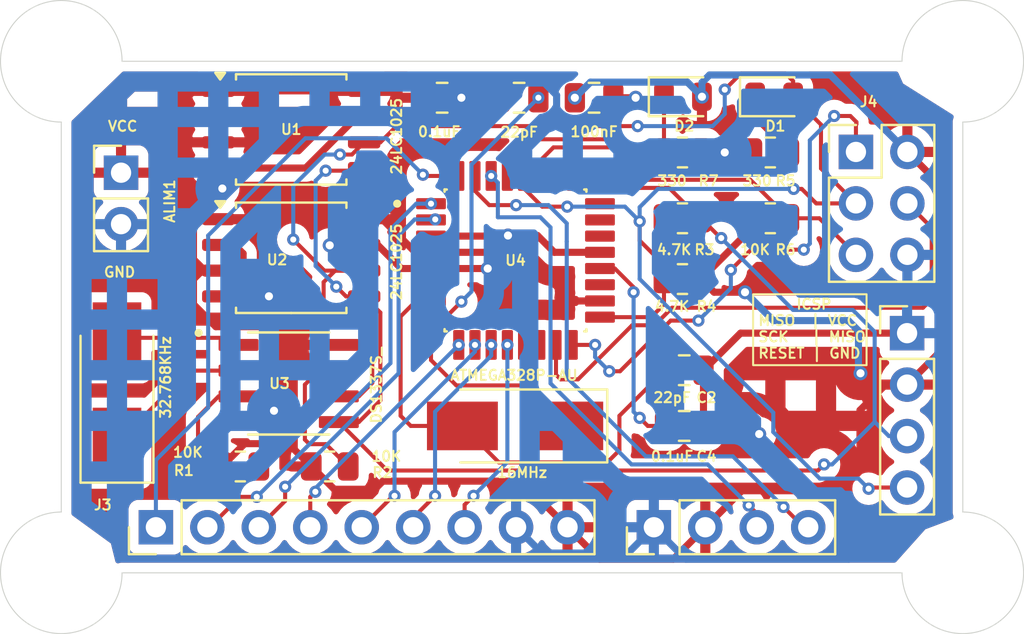
<source format=kicad_pcb>
(kicad_pcb (version 20240108) (generator "pcbnew") (generator_version "8.0")
  (title_block (title "${project_name}") (date "2024-06-09") (rev "1") (comment 1 "2 layer PCB version"))
  (layers (0 "F.Cu" signal) (31 "B.Cu" mixed) (34 "B.Paste" user) (35 "F.Paste" user) (36 "B.SilkS" user "B.Silkscreen") (37 "F.SilkS" user "F.Silkscreen") (38 "B.Mask" user) (39 "F.Mask" user) (44 "Edge.Cuts" user))
  (property "project_name" "MCU Datalogger with momery and clock")
  (net 0 "")
  (net 1 "GND")
  (net 2 "/Vcc")
  (net 3 "Net-(U4-PB6)")
  (net 4 "Net-(U4-PB7)")
  (net 5 "Net-(U4-AREF)")
  (net 6 "Net-(D1-K)")
  (net 7 "/SCK")
  (net 8 "Net-(D2-K)")
  (net 9 "/SDA")
  (net 10 "/TX")
  (net 11 "/RX")
  (net 12 "/D2")
  (net 13 "/D3")
  (net 14 "/D5")
  (net 15 "/D4")
  (net 16 "/D7")
  (net 17 "/D8")
  (net 18 "/D6")
  (net 19 "/MISO")
  (net 20 "/MOSI")
  (net 21 "/RESET")
  (net 22 "Net-(U3-~{INTA})")
  (net 23 "Net-(U3-SQW{slash}~INT)")
  (net 24 "Net-(U3-X1)")
  (net 25 "Net-(U3-X2)")
  (footprint "Resistor_SMD:R_0805_2012Metric" (layer "F.Cu") (at 152.9125 104.75)
    (property "Reference" "R3")
    (property "Value" "4.7K")
  )
  (footprint "Capacitor_SMD:C_0805_2012Metric" (layer "F.Cu") (at 153 112.25 180)
    (property "Reference" "C2")
    (property "Value" "22pF")
  )
  (footprint "Resistor_SMD:R_0805_2012Metric" (layer "F.Cu") (at 152.9125 101.5)
    (property "Reference" "R7")
    (property "Value" "330")
  )
  (footprint "DS1337S_:SOIC127P600X175-8N" (layer "F.Cu") (at 133.475 112.905)
    (property "Reference" "U3")
    (property "Value" "DS1337S_")
  )
  (footprint "Capacitor_SMD:C_0805_2012Metric" (layer "F.Cu") (at 153 115 180)
    (property "Reference" "C4")
    (property "Value" "0.1uF")
  )
  (footprint "Capacitor_SMD:C_0805_2012Metric" (layer "F.Cu") (at 144.85 98.8)
    (property "Reference" "C3")
    (property "Value" "22pF")
  )
  (footprint "MountingHole:MountingHole_2.1mm" (layer "F.Cu") (at 122.25 97)
    (property "Reference" "H1")
    (property "Value" "MountingHole" (hide yes))
  )
  (footprint "Connector_PinHeader_2.54mm:PinHeader_1x09_P2.54mm_Vertical" (layer "F.Cu") (at 126.92 120 90)
    (property "Reference" "J3")
    (property "Value" "Conn_01x09_Pin" (hide yes))
  )
  (footprint "Capacitor_SMD:C_0805_2012Metric" (layer "F.Cu") (at 148.55 98.8)
    (property "Reference" "C5")
    (property "Value" "100nF")
  )
  (footprint "Package_SO:SOIC-8_5.23x5.23mm_P1.27mm" (layer "F.Cu") (at 133.6 106.7)
    (property "Reference" "U2")
    (property "Value" "24LC1025")
  )
  (footprint "LED_SMD:LED_0805_2012Metric" (layer "F.Cu") (at 157.4375 98.75)
    (property "Reference" "D1")
    (property "Value" "LED" (hide yes))
  )
  (footprint "Capacitor_SMD:C_0805_2012Metric" (layer "F.Cu") (at 141.05 98.8)
    (property "Reference" "C1")
    (property "Value" "0.1uF")
  )
  (footprint "Resistor_SMD:R_0805_2012Metric" (layer "F.Cu") (at 152.9125 107.75)
    (property "Reference" "R4")
    (property "Value" "4.7K")
  )
  (footprint "MountingHole:MountingHole_2.1mm" (layer "F.Cu") (at 122.25 122.25)
    (property "Reference" "H2")
    (property "Value" "MountingHole" (hide yes))
  )
  (footprint "Connector_PinHeader_2.54mm:PinHeader_1x04_P2.54mm_Vertical" (layer "F.Cu") (at 164 110.42)
    (property "Reference" "J1")
    (property "Value" "Conn_01x04_Pin" (hide yes))
  )
  (footprint "ATMEGA328P-AU:QFP80P900X900X120-32N" (layer "F.Cu") (at 144.67 106.83)
    (property "Reference" "U4")
    (property "Value" "ATMEGA328P-AU")
  )
  (footprint "Crystal:Crystal_SMD_5032-2Pin_5.0x3.2mm_HandSoldering" (layer "F.Cu") (at 144.65 115 180)
    (property "Reference" "Y2" (hide yes))
    (property "Value" "16MHz")
  )
  (footprint "Package_SO:SOIC-8_5.23x5.23mm_P1.27mm" (layer "F.Cu") (at 133.6 100.365)
    (property "Reference" "U1")
    (property "Value" "24LC1025")
  )
  (footprint "Connector_PinHeader_2.54mm:PinHeader_1x04_P2.54mm_Vertical" (layer "F.Cu") (at 151.5 120 90)
    (property "Reference" "J2")
    (property "Value" "Conn_01x04_Pin" (hide yes))
  )
  (footprint "Connector_PinHeader_2.54mm:PinHeader_2x03_P2.54mm_Vertical" (layer "F.Cu") (at 161.475 101.475)
    (property "Reference" "J4")
    (property "Value" "Conn_02x03_Odd_Even" (hide yes))
  )
  (footprint "MountingHole:MountingHole_2.1mm" (layer "F.Cu") (at 166.75 122.25)
    (property "Reference" "H3")
    (property "Value" "MountingHole" (hide yes))
  )
  (footprint "Resistor_SMD:R_0805_2012Metric" (layer "F.Cu") (at 131.0875 117)
    (property "Reference" "R1")
    (property "Value" "10K")
  )
  (footprint "LED_SMD:LED_0805_2012Metric" (layer "F.Cu") (at 152.9375 98.75)
    (property "Reference" "D2")
    (property "Value" "LED" (hide yes))
  )
  (footprint "Connector_PinHeader_2.54mm:PinHeader_1x02_P2.54mm_Vertical" (layer "F.Cu") (at 125.2 102.5)
    (property "Reference" "ALIM1")
    (property "Value" "Battery" (hide yes))
  )
  (footprint "Resistor_SMD:R_0805_2012Metric" (layer "F.Cu") (at 157.25 101.5)
    (property "Reference" "R5")
    (property "Value" "330")
  )
  (footprint "Resistor_SMD:R_0805_2012Metric" (layer "F.Cu") (at 157.25 104.75)
    (property "Reference" "R6")
    (property "Value" "10K")
  )
  (footprint "MountingHole:MountingHole_2.1mm" (layer "F.Cu") (at 166.75 97)
    (property "Reference" "H4")
    (property "Value" "MountingHole" (hide yes))
  )
  (footprint "Resistor_SMD:R_0805_2012Metric" (layer "F.Cu") (at 135.5 117)
    (property "Reference" "R2")
    (property "Value" "10K")
  )
  (footprint "Crystal:Crystal_SMD_5032-2Pin_5.0x3.2mm_HandSoldering" (layer "F.Cu") (at 125 113.25 90)
    (property "Reference" "Y1" (hide yes))
    (property "Value" "32.768KHz")
  )
  (gr_rect (start 156.4 108.5) (end 162 112) (stroke (width 0.1)) (fill none) (layer "F.SilkS"))
  (gr_line (start 163.75 97) (end 125.25 97) (stroke (width 0.05)) (layer "Edge.Cuts"))
  (gr_arc (start 166.75 119.25) (mid 168.87132 124.37132) (end 163.75 122.25) (stroke (width 0.05)) (layer "Edge.Cuts"))
  (gr_arc (start 125.25 122.25) (mid 120.12868 124.37132) (end 122.25 119.25) (stroke (width 0.05)) (layer "Edge.Cuts"))
  (gr_line (start 166.75 119.25) (end 166.75 100) (stroke (width 0.05)) (layer "Edge.Cuts"))
  (gr_line (start 125.25 122.25) (end 163.75 122.25) (stroke (width 0.05)) (layer "Edge.Cuts"))
  (gr_arc (start 163.75 97) (mid 168.87132 94.87868) (end 166.75 100) (stroke (width 0.05)) (layer "Edge.Cuts"))
  (gr_line (start 122.25 119.25) (end 122.25 100) (stroke (width 0.05)) (layer "Edge.Cuts"))
  (gr_arc (start 122.25 100) (mid 120.12868 94.87868) (end 125.25 97) (stroke (width 0.05)) (layer "Edge.Cuts"))
  (gr_text "VCC" (at 124.5 100.5 0) (layer "F.SilkS") (effects (font (size 0.5 0.5) (thickness 0.1) (bold yes)) (justify left bottom)))
  (gr_text "GND" (at 124.3 107.7 0) (layer "F.SilkS") (effects (font (size 0.5 0.5) (thickness 0.1) (bold yes)) (justify left bottom)))
  (gr_text "	ICSP\nMISO  | VCC\nSCK   | MISO\nRESET | GND" (at 156.6 111.7 0) (layer "F.SilkS") (effects (font (size 0.5 0.5) (thickness 0.1)) (justify left bottom)))
  (segment (start 130 102.27) (end 134.312672 102.27) (width 0.35) (layer "F.Cu") (net 1))
  (segment (start 132.19 114.81) (end 132.75 114.25) (width 0.35) (layer "F.Cu") (net 1))
  (segment (start 131.225 108.179999) (end 130.799999 108.605) (width 0.35) (layer "F.Cu") (net 1))
  (segment (start 135.52 106.065) (end 135.5 106.085) (width 0.35) (layer "F.Cu") (net 1))
  (segment (start 143.3 107.23) (end 140.5 107.23) (width 0.35) (layer "F.Cu") (net 1))
  (segment (start 146.586566 106.43) (end 148.84 106.43) (width 0.35) (layer "F.Cu") (net 1))
  (segment (start 139.03 107.23) (end 137.865 106.065) (width 0.35) (layer "F.Cu") (net 1))
  (segment (start 140.5 107.23) (end 139.03 107.23) (width 0.35) (layer "F.Cu") (net 1))
  (segment (start 153.95 115) (end 156.3 115) (width 0.35) (layer "F.Cu") (net 1))
  (segment (start 142 98.8) (end 143.9 98.8) (width 0.35) (layer "F.Cu") (net 1))
  (segment (start 153.95 115) (end 153.95 112.25) (width 0.35) (layer "F.Cu") (net 1))
  (segment (start 130.799999 106.065) (end 131.225 106.490001) (width 0.35) (layer "F.Cu") (net 1))
  (segment (start 130 108.605) (end 132.495 108.605) (width 0.35) (layer "F.Cu") (net 1))
  (segment (start 149.5 98.8) (end 150.6 98.8) (width 0.35) (layer "F.Cu") (net 1))
  (segment (start 131 114.81) (end 132.19 114.81) (width 0.35) (layer "F.Cu") (net 1))
  (segment (start 156.3375 101.5) (end 153.825 101.5) (width 0.35) (layer "F.Cu") (net 1))
  (segment (start 155.78 110.42) (end 153.95 112.25) (width 0.35) (layer "F.Cu") (net 1))
  (segment (start 132.495 108.605) (end 132.5 108.6) (width 0.35) (layer "F.Cu") (net 1))
  (segment (start 144.3 105.6) (end 144.27 105.63) (width 0.35) (layer "F.Cu") (net 1))
  (segment (start 156.3 115) (end 156.7 115.4) (width 0.35) (layer "F.Cu") (net 1))
  (segment (start 137.865 106.065) (end 137.2 106.065) (width 0.35) (layer "F.Cu") (net 1))
  (segment (start 130.799999 108.605) (end 130 108.605) (width 0.35) (layer "F.Cu") (net 1))
  (segment (start 130.2 103.4) (end 130.2 103.28) (width 0.35) (layer "F.Cu") (net 1))
  (segment (start 145.756566 105.6) (end 146.586566 106.43) (width 0.35) (layer "F.Cu") (net 1))
  (segment (start 130 102.27) (end 130 103.2) (width 0.35) (layer "F.Cu") (net 1))
  (segment (start 144.27 105.63) (end 140.5 105.63) (width 0.35) (layer "F.Cu") (net 1))
  (segment (start 130 103.2) (end 130.2 103.4) (width 0.35) (layer "F.Cu") (net 1))
  (segment (start 136.852672 99.73) (end 137.2 99.73) (width 0.35) (layer "F.Cu") (net 1))
  (segment (start 137.2 106.065) (end 135.52 106.065) (width 0.35) (layer "F.Cu") (net 1))
  (segment (start 130 106.065) (end 130.799999 106.065) (width 0.35) (layer "F.Cu") (net 1))
  (segment (start 164 110.42) (end 155.78 110.42) (width 0.35) (layer "F.Cu") (net 1))
  (segment (start 131.225 106.490001) (end 131.225 108.179999) (width 0.35) (layer "F.Cu") (net 1))
  (segment (start 134.312672 102.27) (end 136.852672 99.73) (width 0.35) (layer "F.Cu") (net 1))
  (segment (start 144.3 105.6) (end 145.756566 105.6) (width 0.35) (layer "F.Cu") (net 1))
  (via (at 155 101.5) (size 0.69) (drill 0.4) (layers "F.Cu" "B.Cu") (net 1))
  (via (at 130.2 103.28) (size 0.69) (drill 0.4) (layers "F.Cu" "B.Cu") (net 1))
  (via (at 132.5 108.6) (size 0.69) (drill 0.4) (layers "F.Cu" "B.Cu") (net 1))
  (via (at 150.6 98.8) (size 0.69) (drill 0.4) (layers "F.Cu" "B.Cu") (net 1))
  (via (at 142 98.8) (size 0.69) (drill 0.4) (layers "F.Cu" "B.Cu") (net 1))
  (via (at 132.75 114.25) (size 0.69) (drill 0.4) (layers "F.Cu" "B.Cu") (net 1))
  (via (at 143.3 107.23) (size 0.69) (drill 0.4) (layers "F.Cu" "B.Cu") (net 1))
  (via (at 135.5 106.085) (size 0.69) (drill 0.4) (layers "F.Cu" "B.Cu") (net 1))
  (via (at 156.7 115.4) (size 0.69) (drill 0.4) (layers "F.Cu" "B.Cu") (net 1))
  (via (at 144.3 105.6) (size 0.69) (drill 0.4) (layers "F.Cu" "B.Cu") (net 1))
  (segment (start 145.975 121.275) (end 150.225 121.275) (width 0.35) (layer "B.Cu") (net 1))
  (segment (start 147.4 100.1) (end 149.3 100.1) (width 0.35) (layer "B.Cu") (net 1))
  (segment (start 143.3 107.23) (end 144.3 106.23) (width 0.35) (layer "B.Cu") (net 1))
  (segment (start 149.3 100.1) (end 150.6 98.8) (width 0.35) (layer "B.Cu") (net 1))
  (segment (start 161.4 118.9) (end 161.4 121.3) (width 0.35) (layer "B.Cu") (net 1))
  (segment (start 160.7 118.2) (end 161.4 118.9) (width 0.35) (layer "B.Cu") (net 1))
  (segment (start 153.075 121.575) (end 151.5 120) (width 0.35) (layer "B.Cu") (net 1))
  (segment (start 161.4 121.3) (end 161.125 121.575) (width 0.35) (layer "B.Cu") (net 1))
  (segment (start 164.015 110.405) (end 164 110.42) (width 0.35) (layer "B.Cu") (net 1))
  (segment (start 159.5 118.2) (end 160.7 118.2) (width 0.35) (layer "B.Cu") (net 1))
  (segment (start 146.7 99.4) (end 147.4 100.1) (width 0.35) (layer "B.Cu") (net 1))
  (segment (start 161.125 121.575) (end 153.075 121.575) (width 0.35) (layer "B.Cu") (net 1))
  (segment (start 142.725 98.075) (end 146.100305 98.075) (width 0.35) (layer "B.Cu") (net 1))
  (segment (start 144.3 106.23) (end 144.3 105.6) (width 0.35) (layer "B.Cu") (net 1))
  (segment (start 142 98.8) (end 142.725 98.075) (width 0.35) (layer "B.Cu") (net 1))
  (segment (start 150.225 121.275) (end 151.5 120) (width 0.35) (layer "B.Cu") (net 1))
  (segment (start 146.100305 98.075) (end 146.7 98.674695) (width 0.35) (layer "B.Cu") (net 1))
  (segment (start 144.7 120) (end 145.975 121.275) (width 0.35) (layer "B.Cu") (net 1))
  (segment (start 146.7 98.674695) (end 146.7 99.4) (width 0.35) (layer "B.Cu") (net 1))
  (segment (start 156.7 115.4) (end 159.5 118.2) (width 0.35) (layer "B.Cu") (net 1))
  (segment (start 130 107.335) (end 129.200001 107.335) (width 0.35) (layer "F.Cu") (net 2))
  (segment (start 138.66 98.46) (end 137.2 98.46) (width 0.35) (layer "F.Cu") (net 2))
  (segment (start 152 104.75) (end 152 105.925) (width 0.35) (layer "F.Cu") (net 2))
  (segment (start 140.1 98.8) (end 139 98.8) (width 0.35) (layer "F.Cu") (net 2))
  (segment (start 144.965 117.725) (end 147.24 120) (width 0.35) (layer "F.Cu") (net 2))
  (segment (start 161.675 114.225) (end 162.94 112.96) (width 0.35) (layer "F.Cu") (net 2))
  (segment (start 147.418945 108.83) (end 148.84 108.83) (width 0.35) (layer "F.Cu") (net 2))
  (segment (start 128.775 106.775) (end 129.335 107.335) (width 0.35) (layer "F.Cu") (net 2))
  (segment (start 133.4625 115.875) (end 133.75 116.1625) (width 0.35) (layer "F.Cu") (net 2))
  (segment (start 164.015 101.475) (end 165.74 103.2) (width 0.35) (layer "F.Cu") (net 2))
  (segment (start 148.815 121.575) (end 152.465 121.575) (width 0.35) (layer "F.Cu") (net 2))
  (segment (start 138.122538 117.725) (end 144.965 117.725) (width 0.35) (layer "F.Cu") (net 2))
  (segment (start 128.775 107.760001) (end 128.775 108.997328) (width 0.35) (layer "F.Cu") (net 2))
  (segment (start 131.3 115.875) (end 133.4625 115.875) (width 0.35) (layer "F.Cu") (net 2))
  (segment (start 134.5875 117) (end 134.6 117) (width 0.35) (layer "F.Cu") (net 2))
  (segment (start 134.25 111) (end 135.95 111) (width 0.35) (layer "F.Cu") (net 2))
  (segment (start 129.877672 110.1) (end 133.35 110.1) (width 0.35) (layer "F.Cu") (net 2))
  (segment (start 154.04 120) (end 155.84 118.2) (width 0.35) (layer "F.Cu") (net 2))
  (segment (start 128 99.25) (end 128 99.75) (width 0.35) (layer "F.Cu") (net 2))
  (segment (start 165.74 111.22) (end 164 112.96) (width 0.35) (layer "F.Cu") (net 2))
  (segment (start 134.6 117) (end 135.725 118.125) (width 0.35) (layer "F.Cu") (net 2))
  (segment (start 161.7 117.1) (end 161.675 117.075) (width 0.35) (layer "F.Cu") (net 2))
  (segment (start 135.725 118.125) (end 137.722538 118.125) (width 0.35) (layer "F.Cu") (net 2))
  (segment (start 145.444472 106.855528) (end 147.418945 108.83) (width 0.35) (layer "F.Cu") (net 2))
  (segment (start 140.06 98.76) (end 140.1 98.8) (width 0.35) (layer "F.Cu") (net 2))
  (segment (start 155.84 118.2) (end 160.7 118.2) (width 0.35) (layer "F.Cu") (net 2))
  (segment (start 129.200001 107.335) (end 128.775 107.760001) (width 0.35) (layer "F.Cu") (net 2))
  (segment (start 154.475 108.4) (end 153.825 107.75) (width 0.35) (layer "F.Cu") (net 2))
  (segment (start 139.727328 106.43) (end 138.092328 104.795) (width 0.35) (layer "F.Cu") (net 2))
  (segment (start 129.335 107.335) (end 130 107.335) (width 0.35) (layer "F.Cu") (net 2))
  (segment (start 133.75 116.1625) (end 133.75 111.5) (width 0.35) (layer "F.Cu") (net 2))
  (segment (start 133.35 110.1) (end 134.25 111) (width 0.35) (layer "F.Cu") (net 2))
  (segment (start 139 98.8) (end 138.66 98.46) (width 0.35) (layer "F.Cu") (net 2))
  (segment (start 152.465 121.575) (end 154.04 120) (width 0.35) (layer "F.Cu") (net 2))
  (segment (start 128.02 99.73) (end 128 99.75) (width 0.35) (layer "F.Cu") (net 2))
  (segment (start 156.3375 104.75) (end 156.3375 105.2375) (width 0.35) (layer "F.Cu") (net 2))
  (segment (start 129.200001 104.795) (end 128.775 105.220001) (width 0.35) (layer "F.Cu") (net 2))
  (segment (start 130 104.795) (end 129.200001 104.795) (width 0.35) (layer "F.Cu") (net 2))
  (segment (start 145.018944 106.43) (end 145.444472 106.855528) (width 0.35) (layer "F.Cu") (net 2))
  (segment (start 128 100.25) (end 128.75 101) (width 0.35) (layer "F.Cu") (net 2))
  (segment (start 128.75 101) (end 130 101) (width 0.35) (layer "F.Cu") (net 2))
  (segment (start 162.26 112.96) (end 161.7 112.4) (width 0.35) (layer "F.Cu") (net 2))
  (segment (start 134.5875 117) (end 133.75 116.1625) (width 0.35) (layer "F.Cu") (net 2))
  (segment (start 130.175 117) (end 131.3 115.875) (width 0.35) (layer "F.Cu") (net 2))
  (segment (start 165.74 103.2) (end 165.74 111.22) (width 0.35) (layer "F.Cu") (net 2))
  (segment (start 140.5 106.43) (end 139.727328 106.43) (width 0.35) (layer "F.Cu") (net 2))
  (segment (start 128 99.75) (end 128 100.25) (width 0.35) (layer "F.Cu") (net 2))
  (segment (start 156 108.4) (end 154.475 108.4) (width 0.35) (layer "F.Cu") (net 2))
  (segment (start 138.092328 104.795) (end 137.2 104.795) (width 0.35) (layer "F.Cu") (net 2))
  (segment (start 162.94 112.96) (end 164 112.96) (width 0.35) (layer "F.Cu") (net 2))
  (segment (start 152 105.925) (end 153.825 107.75) (width 0.35) (layer "F.Cu") (net 2))
  (segment (start 137.722538 118.125) (end 138.122538 117.725) (width 0.35) (layer "F.Cu") (net 2))
  (segment (start 130 98.46) (end 128.79 98.46) (width 0.35) (layer "F.Cu") (net 2))
  (segment (start 156.3375 105.2375) (end 153.825 107.75) (width 0.35) (layer "F.Cu") (net 2))
  (segment (start 140.5 106.43) (end 145.018944 106.43) (width 0.35) (layer "F.Cu") (net 2))
  (segment (start 128.775 108.997328) (end 129.877672 110.1) (width 0.35) (layer "F.Cu") (net 2))
  (segment (start 128.775 105.220001) (end 128.775 106.775) (width 0.35) (layer "F.Cu") (net 2))
  (segment (start 130 99.73) (end 128.02 99.73) (width 0.35) (layer "F.Cu") (net 2))
  (segment (start 145.018945 106.43) (end 145.444472 106.855528) (width 0.35) (layer "F.Cu") (net 2))
  (segment (start 160.7 118.2) (end 161.7 117.2) (width 0.35) (layer "F.Cu") (net 2))
  (segment (start 130 98.46) (end 137.2 98.46) (width 0.35) (layer "F.Cu") (net 2))
  (segment (start 161.7 117.2) (end 161.7 117.1) (width 0.35) (layer "F.Cu") (net 2))
  (segment (start 161.675 117.075) (end 161.675 114.225) (width 0.35) (layer "F.Cu") (net 2))
  (segment (start 164 112.96) (end 162.26 112.96) (width 0.35) (layer "F.Cu") (net 2))
  (segment (start 137.2 104.795) (end 130 104.795) (width 0.35) (layer "F.Cu") (net 2))
  (segment (start 128.79 98.46) (end 128 99.25) (width 0.35) (layer "F.Cu") (net 2))
  (segment (start 133.75 111.5) (end 134.25 111) (width 0.35) (layer "F.Cu") (net 2))
  (segment (start 147.24 120) (end 148.815 121.575) (width 0.35) (layer "F.Cu") (net 2))
  (via (at 156 108.4) (size 0.69) (drill 0.4) (layers "F.Cu" "B.Cu") (net 2))
  (via (at 147.6 98.8) (size 0.69) (drill 0.4) (layers "F.Cu" "B.Cu") (net 2))
  (via (at 161.7 112.4) (size 0.69) (drill 0.4) (layers "F.Cu" "B.Cu") (net 2))
  (via (at 153.875 98.75) (size 0.69) (drill 0.4) (layers "F.Cu" "B.Cu") (net 2))
  (segment (start 148.37 98.03) (end 153.155 98.03) (width 0.35) (layer "B.Cu") (net 2))
  (segment (start 160.215 97.675) (end 154.250001 97.675) (width 0.35) (layer "B.Cu") (net 2))
  (segment (start 154.250001 97.675) (end 153.875 98.050001) (width 0.35) (layer "B.Cu") (net 2))
  (segment (start 153.155 98.03) (end 153.875 98.75) (width 0.35) (layer "B.Cu") (net 2))
  (segment (start 157.4 109.8) (end 156 108.4) (width 0.35) (layer "B.Cu") (net 2))
  (segment (start 161.6 110.3) (end 161.1 109.8) (width 0.35) (layer "B.Cu") (net 2))
  (segment (start 147.6 98.8) (end 148.37 98.03) (width 0.35) (layer "B.Cu") (net 2))
  (segment (start 161.6 110.7) (end 161.6 110.3) (width 0.35) (layer "B.Cu") (net 2))
  (segment (start 161.7 112.4) (end 161.6 112.3) (width 0.35) (layer "B.Cu") (net 2))
  (segment (start 161.1 109.8) (end 157.4 109.8) (width 0.35) (layer "B.Cu") (net 2))
  (segment (start 153.875 98.050001) (end 153.875 98.75) (width 0.35) (layer "B.Cu") (net 2))
  (segment (start 161.6 112.3) (end 161.6 110.7) (width 0.35) (layer "B.Cu") (net 2))
  (segment (start 164.015 101.475) (end 160.215 97.675) (width 0.35) (layer "B.Cu") (net 2))
  (segment (start 139.5 115) (end 139 114.5) (width 0.2) (layer "F.Cu") (net 3))
  (segment (start 149.8 116.2) (end 149.2 116.8) (width 0.2) (layer "F.Cu") (net 3))
  (segment (start 149.2 116.8) (end 143.85 116.8) (width 0.2) (layer "F.Cu") (net 3))
  (segment (start 143.85 116.8) (end 142.05 115) (width 0.2) (layer "F.Cu") (net 3))
  (segment (start 139.765 108.83) (end 140.5 108.83) (width 0.2) (layer "F.Cu") (net 3))
  (segment (start 149.8 114.5) (end 149.8 116.2) (width 0.2) (layer "F.Cu") (net 3))
  (segment (start 139 109.595) (end 139.765 108.83) (width 0.2) (layer "F.Cu") (net 3))
  (segment (start 139 114.5) (end 139 109.595) (width 0.2) (layer "F.Cu") (net 3))
  (segment (start 152.05 112.25) (end 149.8 114.5) (width 0.2) (layer "F.Cu") (net 3))
  (segment (start 142.05 115) (end 139.5 115) (width 0.2) (layer "F.Cu") (net 3))
  (segment (start 140.5 111.75) (end 140.5 109.63) (width 0.2) (layer "F.Cu") (net 4))
  (segment (start 141.235 109.63) (end 140.5 109.63) (width 0.2) (layer "F.Cu") (net 4))
  (segment (start 147.25 115) (end 145.25 113) (width 0.2) (layer "F.Cu") (net 4))
  (segment (start 145.25 113) (end 141.75 113) (width 0.2) (layer "F.Cu") (net 4))
  (segment (start 141.75 113) (end 140.5 111.75) (width 0.2) (layer "F.Cu") (net 4))
  (segment (start 142 108.865) (end 141.235 109.63) (width 0.2) (layer "F.Cu") (net 4))
  (via (at 142 108.865) (size 0.6) (drill 0.3) (layers "F.Cu" "B.Cu") (net 4))
  (via (at 145.8 98.8) (size 0.6) (drill 0.3) (layers "F.Cu" "B.Cu") (net 4))
  (segment (start 142 108.865) (end 142.5 108.365) (width 0.2) (layer "B.Cu") (net 4))
  (segment (start 142.5 108.365) (end 142.5 102.1) (width 0.2) (layer "B.Cu") (net 4))
  (segment (start 142.5 102.1) (end 145.8 98.8) (width 0.2) (layer "B.Cu") (net 4))
  (segment (start 150.5 108.155) (end 149.575 107.23) (width 0.2) (layer "F.Cu") (net 5))
  (segment (start 149.575 107.23) (end 148.84 107.23) (width 0.2) (layer "F.Cu") (net 5))
  (segment (start 152.05 115) (end 151.2 115) (width 0.2) (layer "F.Cu") (net 5))
  (segment (start 151.2 115) (end 150.8 114.6) (width 0.2) (layer "F.Cu") (net 5))
  (segment (start 150.5 108.4) (end 150.5 108.155) (width 0.2) (layer "F.Cu") (net 5))
  (via (at 150.5 108.4) (size 0.6) (drill 0.3) (layers "F.Cu" "B.Cu") (net 5))
  (via (at 150.8 114.6) (size 0.6) (drill 0.3) (layers "F.Cu" "B.Cu") (net 5))
  (segment (start 150.8 114.6) (end 150.5 114.3) (width 0.2) (layer "B.Cu") (net 5))
  (segment (start 150.5 114.3) (end 150.5 108.4) (width 0.2) (layer "B.Cu") (net 5))
  (segment (start 156.5 99.8375) (end 158.1625 101.5) (width 0.2) (layer "F.Cu") (net 6))
  (segment (start 156.5 98.75) (end 156.5 99.8375) (width 0.2) (layer "F.Cu") (net 6))
  (segment (start 164 118.04) (end 162.16 118.04) (width 0.2) (layer "F.Cu") (net 7))
  (segment (start 136 109.6) (end 135.2 108.8) (width 0.2) (layer "F.Cu") (net 7))
  (segment (start 158.8 103.3) (end 159.515 104.015) (width 0.2) (layer "F.Cu") (net 7))
  (segment (start 150.8 105.85) (end 150.8 104.9) (width 0.2) (layer "F.Cu") (net 7))
  (segment (start 155 98.4) (end 155.8 97.6) (width 0.2) (layer "F.Cu") (net 7))
  (segment (start 137.835 107.335) (end 137.2 107.335) (width 0.2) (layer "F.Cu") (net 7))
  (segment (start 135.95 113.54) (end 136.935 113.54) (width 0.2) (layer "F.Cu") (net 7))
  (segment (start 137.2 107.335) (end 135.235 107.335) (width 0.2) (layer "F.Cu") (net 7))
  (segment (start 136.935 113.54) (end 137.6 112.875) (width 0.2) (layer "F.Cu") (net 7))
  (segment (start 136.596011 101.603989) (end 137.2 101) (width 0.2) (layer "F.Cu") (net 7))
  (segment (start 158.375 98.75) (end 159.75 100.125) (width 0.2) (layer "F.Cu") (net 7))
  (segment (start 158 97.6) (end 158.375 97.975) (width 0.2) (layer "F.Cu") (net 7))
  (segment (start 162.16 118.04) (end 162.1 118.1) (width 0.2) (layer "F.Cu") (net 7))
  (segment (start 135.2 107.9) (end 135.765 107.335) (width 0.2) (layer "F.Cu") (net 7))
  (segment (start 151.37 109.63) (end 148.84 109.63) (width 0.2) (layer "F.Cu") (net 7))
  (segment (start 145.989839 104.175735) (end 147.224265 104.175735) (width 0.2) (layer "F.Cu") (net 7))
  (segment (start 136.8 109.6) (end 136 109.6) (width 0.2) (layer "F.Cu") (net 7))
  (segment (start 152 109) (end 151.37 109.63) (width 0.2) (layer "F.Cu") (net 7))
  (segment (start 158.375 97.975) (end 158.375 98.75) (width 0.2) (layer "F.Cu") (net 7))
  (segment (start 138.799999 100.2) (end 150.7 100.2) (width 0.2) (layer "F.Cu") (net 7))
  (segment (start 135.2 108.8) (end 135.2 107.9) (width 0.2) (layer "F.Cu") (net 7))
  (segment (start 137.999999 101) (end 138.799999 100.2) (width 0.2) (layer "F.Cu") (net 7))
  (segment (start 152 107.75) (end 152 107.05) (width 0.2) (layer "F.Cu") (net 7))
  (segment (start 152 107.05) (end 150.8 105.85) (width 0.2) (layer "F.Cu") (net 7))
  (segment (start 137.6 112.875) (end 137.6 110.4) (width 0.2) (layer "F.Cu") (net 7))
  (segment (start 159.515 104.015) (end 161.475 104.015) (width 0.2) (layer "F.Cu") (net 7))
  (segment (start 159.75 100.125) (end 159.75 102.29) (width 0.2) (layer "F.Cu") (net 7))
  (segment (start 137.6 110.4) (end 136.8 109.6) (width 0.2) (layer "F.Cu") (net 7))
  (segment (start 135.765 107.335) (end 137.2 107.335) (width 0.2) (layer "F.Cu") (net 7))
  (segment (start 135.235 107.335) (end 133.7 105.8) (width 0.2) (layer "F.Cu") (net 7))
  (segment (start 155.8 97.6) (end 158 97.6) (width 0.2) (layer "F.Cu") (net 7))
  (segment (start 158.4 103.3) (end 158.8 103.3) (width 0.2) (layer "F.Cu") (net 7))
  (segment (start 136.003989 101.603989) (end 136.596011 101.603989) (width 0.2) (layer "F.Cu") (net 7))
  (segment (start 145.07 102.66) (end 145.07 103.255896) (width 0.2) (layer "F.Cu") (net 7))
  (segment (start 159.75 102.29) (end 161.475 104.015) (width 0.2) (layer "F.Cu") (net 7))
  (segment (start 152 107.75) (end 152 109) (width 0.2) (layer "F.Cu") (net 7))
  (segment (start 145.07 103.255896) (end 145.989839 104.175735) (width 0.2) (layer "F.Cu") (net 7))
  (segment (start 137.2 101) (end 137.999999 101) (width 0.2) (layer "F.Cu") (net 7))
  (via (at 147.224265 104.175735) (size 0.6) (drill 0.3) (layers "F.Cu" "B.Cu") (net 7))
  (via (at 133.7 105.8) (size 0.6) (drill 0.3) (layers "F.Cu" "B.Cu") (net 7))
  (via (at 150.8 104.9) (size 0.6) (drill 0.3) (layers "F.Cu" "B.Cu") (net 7))
  (via (at 150.7 100.2) (size 0.6) (drill 0.3) (layers "F.Cu" "B.Cu") (net 7))
  (via (at 136.003989 101.603989) (size 0.6) (drill 0.3) (layers "F.Cu" "B.Cu") (net 7))
  (via (at 158.4 103.3) (size 0.6) (drill 0.3) (layers "F.Cu" "B.Cu") (net 7))
  (via (at 162.1 118.1) (size 0.6) (drill 0.3) (layers "F.Cu" "B.Cu") (net 7))
  (via (at 155 98.4) (size 0.6) (drill 0.3) (layers "F.Cu" "B.Cu") (net 7))
  (segment (start 151.7 103.3) (end 158.4 103.3) (width 0.2) (layer "B.Cu") (net 7))
  (segment (start 157.395 115.3) (end 157.395 114.343529) (width 0.2) (layer "B.Cu") (net 7))
  (segment (start 154.4 100.2) (end 155 99.6) (width 0.2) (layer "B.Cu") (net 7))
  (segment (start 150.8 104.9) (end 150.8 104.2) (width 0.2) (layer "B.Cu") (net 7))
  (segment (start 161.6 117.6) (end 159.695 117.6) (width 0.2) (layer "B.Cu") (net 7))
  (segment (start 135.247482 101.603989) (end 136.003989 101.603989) (width 0.2) (layer "B.Cu") (net 7))
  (segment (start 150.075735 104.175735) (end 150.8 104.9) (width 0.2) (layer "B.Cu") (net 7))
  (segment (start 151 104) (end 151.7 103.3) (width 0.2) (layer "B.Cu") (net 7))
  (segment (start 150.8 104.2) (end 151 104) (width 0.2) (layer "B.Cu") (net 7))
  (segment (start 147.224265 104.175735) (end 150.075735 104.175735) (width 0.2) (layer "B.Cu") (net 7))
  (segment (start 157.395 114.343529) (end 150.8 107.748529) (width 0.2) (layer "B.Cu") (net 7))
  (segment (start 150.7 100.2) (end 154.4 100.2) (width 0.2) (layer "B.Cu") (net 7))
  (segment (start 159.695 117.6) (end 157.395 115.3) (width 0.2) (layer "B.Cu") (net 7))
  (segment (start 133.7 103.151471) (end 135.247482 101.603989) (width 0.2) (layer "B.Cu") (net 7))
  (segment (start 133.7 105.8) (end 133.7 103.151471) (width 0.2) (layer "B.Cu") (net 7))
  (segment (start 150.8 107.748529) (end 150.8 104.9) (width 0.2) (layer "B.Cu") (net 7))
  (segment (start 155 99.6) (end 155 98.4) (width 0.2) (layer "B.Cu") (net 7))
  (segment (start 162.1 118.1) (end 161.6 117.6) (width 0.2) (layer "B.Cu") (net 7))
  (segment (start 152 101.5) (end 152 98.75) (width 0.2) (layer "F.Cu") (net 8))
  (segment (start 135.95 114.81) (end 138.34 117.2) (width 0.2) (layer "F.Cu") (net 9))
  (segment (start 136.935 114.81) (end 138 113.745) (width 0.2) (layer "F.Cu") (net 9))
  (segment (start 136.305 108.605) (end 135.824265 108.124265) (width 0.2) (layer "F.Cu") (net 9))
  (segment (start 153.825 104.75) (end 153.752756 104.75) (width 0.2) (layer "F.Cu") (net 9))
  (segment (start 150.25 101.75) (end 149.75 101.25) (width 0.2) (layer "F.Cu") (net 9))
  (segment (start 138 113.745) (end 138 109.405) (width 0.2) (layer "F.Cu") (net 9))
  (segment (start 150.5 103.25) (end 150.25 103) (width 0.2) (layer "F.Cu") (net 9))
  (segment (start 154.824847 105.724847) (end 154.799847 105.724847) (width 0.2) (layer "F.Cu") (net 9))
  (segment (start 135.95 114.81) (end 136.935 114.81) (width 0.2) (layer "F.Cu") (net 9))
  (segment (start 150.25 103) (end 150.25 101.75) (width 0.2) (layer "F.Cu") (net 9))
  (segment (start 138.34 117.2) (end 159.6 117.2) (width 0.2) (layer "F.Cu") (net 9))
  (segment (start 146.545 101.25) (end 145.87 101.925) (width 0.2) (layer "F.Cu") (net 9))
  (segment (start 153.752756 104.75) (end 152.252756 103.25) (width 0.2) (layer "F.Cu") (net 9))
  (segment (start 137.2 108.605) (end 136.305 108.605) (width 0.2) (layer "F.Cu") (net 9))
  (segment (start 154.799847 105.724847) (end 153.825 104.75) (width 0.2) (layer "F.Cu") (net 9))
  (segment (start 159.6 117.2) (end 159.9 116.9) (width 0.2) (layer "F.Cu") (net 9))
  (segment (start 152.252756 103.25) (end 150.5 103.25) (width 0.2) (layer "F.Cu") (net 9))
  (segment (start 145.87 101.925) (end 145.87 102.66) (width 0.2) (layer "F.Cu") (net 9))
  (segment (start 135.3 102.4) (end 137.07 102.4) (width 0.2) (layer "F.Cu") (net 9))
  (segment (start 137.07 102.4) (end 137.2 102.27) (width 0.2) (layer "F.Cu") (net 9))
  (segment (start 138 109.405) (end 137.2 108.605) (width 0.2) (layer "F.Cu") (net 9))
  (segment (start 149.75 101.25) (end 146.545 101.25) (width 0.2) (layer "F.Cu") (net 9))
  (via (at 135.3 102.4) (size 0.6) (drill 0.3) (layers "F.Cu" "B.Cu") (net 9))
  (via (at 159.9 116.9) (size 0.6) (drill 0.3) (layers "F.Cu" "B.Cu") (net 9))
  (via (at 154.824847 105.724847) (size 0.6) (drill 0.3) (layers "F.Cu" "B.Cu") (net 9))
  (via (at 135.824265 108.124265) (size 0.6) (drill 0.3) (layers "F.Cu" "B.Cu") (net 9))
  (segment (start 134.805 102.895) (end 135.3 102.4) (width 0.2) (layer "B.Cu") (net 9))
  (segment (start 162.4 114.8) (end 162.4 110.357538) (width 0.2) (layer "B.Cu") (net 9))
  (segment (start 135.824265 108.124265) (end 134.805 107.105) (width 0.2) (layer "B.Cu") (net 9))
  (segment (start 160.3 116.9) (end 162.4 114.8) (width 0.2) (layer "B.Cu") (net 9))
  (segment (start 164 115.5) (end 163.1 115.5) (width 0.2) (layer "B.Cu") (net 9))
  (segment (start 162.4 110.357538) (end 161.317462 109.275) (width 0.2) (layer "B.Cu") (net 9))
  (segment (start 159.9 116.9) (end 160.3 116.9) (width 0.2) (layer "B.Cu") (net 9))
  (segment (start 158.375 109.275) (end 154.824847 105.724847) (width 0.2) (layer "B.Cu") (net 9))
  (segment (start 161.317462 109.275) (end 158.375 109.275) (width 0.2) (layer "B.Cu") (net 9))
  (segment (start 134.805 107.105) (end 134.805 102.895) (width 0.2) (layer "B.Cu") (net 9))
  (segment (start 163.1 115.5) (end 162.4 114.8) (width 0.2) (layer "B.Cu") (net 9))
  (segment (start 158.9 120) (end 157.9 119) (width 0.2) (layer "F.Cu") (net 10))
  (segment (start 143.375 104.1) (end 142.67 103.395) (width 0.2) (layer "F.Cu") (net 10))
  (segment (start 142.67 103.395) (end 142.67 102.66) (width 0.2) (layer "F.Cu") (net 10))
  (segment (start 159.12 120) (end 158.9 120) (width 0.2) (layer "F.Cu") (net 10))
  (segment (start 144.7 104.1) (end 143.375 104.1) (width 0.2) (layer "F.Cu") (net 10))
  (via (at 157.9 119) (size 0.6) (drill 0.3) (layers "F.Cu" "B.Cu") (net 10))
  (via (at 144.7 104.1) (size 0.6) (drill 0.3) (layers "F.Cu" "B.Cu") (net 10))
  (segment (start 147.2 112.6) (end 147.2 105.9) (width 0.2) (layer "B.Cu") (net 10))
  (segment (start 155.4 116.5) (end 151.1 116.5) (width 0.2) (layer "B.Cu") (net 10))
  (segment (start 147.2 105.9) (end 147.2 105) (width 0.2) (layer "B.Cu") (net 10))
  (segment (start 151.1 116.5) (end 147.2 112.6) (width 0.2) (layer "B.Cu") (net 10))
  (segment (start 147.2 105) (end 146.3 104.1) (width 0.2) (layer "B.Cu") (net 10))
  (segment (start 146.3 104.1) (end 144.7 104.1) (width 0.2) (layer "B.Cu") (net 10))
  (segment (start 157.9 119) (end 155.4 116.5) (width 0.2) (layer "B.Cu") (net 10))
  (segment (start 156.58 119.322347) (end 156.182653 118.925) (width 0.2) (layer "F.Cu") (net 11))
  (segment (start 156.58 120) (end 156.58 119.322347) (width 0.2) (layer "F.Cu") (net 11))
  (via (at 143.47 102.66) (size 0.6) (drill 0.3) (layers "F.Cu" "B.Cu") (net 11))
  (via (at 156.182653 118.925) (size 0.6) (drill 0.3) (layers "F.Cu" "B.Cu") (net 11))
  (segment (start 146.4 112.9) (end 146.4 105.2) (width 0.2) (layer "B.Cu") (net 11))
  (segment (start 154.157653 116.9) (end 150.4 116.9) (width 0.2) (layer "B.Cu") (net 11))
  (segment (start 146.4 105.2) (end 145.9 104.7) (width 0.2) (layer "B.Cu") (net 11))
  (segment (start 150.4 116.9) (end 146.4 112.9) (width 0.2) (layer "B.Cu") (net 11))
  (segment (start 156.182653 118.925) (end 154.157653 116.9) (width 0.2) (layer "B.Cu") (net 11))
  (segment (start 145.9 104.7) (end 143.8 104.7) (width 0.2) (layer "B.Cu") (net 11))
  (segment (start 143.8 104.7) (end 143.8 102.99) (width 0.2) (layer "B.Cu") (net 11))
  (segment (start 143.8 102.99) (end 143.47 102.66) (width 0.2) (layer "B.Cu") (net 11))
  (segment (start 141.87 102.66) (end 140.16 102.66) (width 0.2) (layer "F.Cu") (net 12))
  (segment (start 140.16 102.66) (end 140.1 102.6) (width 0.2) (layer "F.Cu") (net 12))
  (via (at 140.1 102.6) (size 0.6) (drill 0.3) (layers "F.Cu" "B.Cu") (net 12))
  (segment (start 126.92 116.68) (end 126.92 120) (width 0.2) (layer "B.Cu") (net 12))
  (segment (start 134.3 100.8) (end 129.5 105.6) (width 0.2) (layer "B.Cu") (net 12))
  (segment (start 140.1 102.6) (end 138.3 100.8) (width 0.2) (layer "B.Cu") (net 12))
  (segment (start 129.5 105.6) (end 129.5 114.1) (width 0.2) (layer "B.Cu") (net 12))
  (segment (start 129.5 114.1) (end 126.92 116.68) (width 0.2) (layer "B.Cu") (net 12))
  (segment (start 138.3 100.8) (end 134.3 100.8) (width 0.2) (layer "B.Cu") (net 12))
  (segment (start 131.065686 118.5) (end 131.9 118.5) (width 0.2) (layer "F.Cu") (net 13))
  (segment (start 129.565686 120) (end 131.065686 118.5) (width 0.2) (layer "F.Cu") (net 13))
  (segment (start 129.46 120) (end 129.565686 120) (width 0.2) (layer "F.Cu") (net 13))
  (via (at 131.9 118.5) (size 0.6) (drill 0.3) (layers "F.Cu" "B.Cu") (net 13))
  (via (at 140.5 104.03) (size 0.6) (drill 0.3) (layers "F.Cu" "B.Cu") (net 13))
  (segment (start 139.77 104.03) (end 140.5 104.03) (width 0.2) (layer "B.Cu") (net 13))
  (segment (start 138.5 111.9) (end 138.5 105.3) (width 0.2) (layer "B.Cu") (net 13))
  (segment (start 138.5 105.3) (end 139.77 104.03) (width 0.2) (layer "B.Cu") (net 13))
  (segment (start 131.9 118.5) (end 138.5 111.9) (width 0.2) (layer "B.Cu") (net 13))
  (segment (start 134.54 120) (end 134.54 118.50142) (width 0.2) (layer "F.Cu") (net 14))
  (segment (start 134.54 118.50142) (end 134.79142 118.25) (width 0.2) (layer "F.Cu") (net 14))
  (via (at 141.87 111) (size 0.6) (drill 0.3) (layers "F.Cu" "B.Cu") (net 14))
  (via (at 134.79142 118.25) (size 0.6) (drill 0.3) (layers "F.Cu" "B.Cu") (net 14))
  (segment (start 134.79142 118.07858) (end 141.87 111) (width 0.2) (layer "B.Cu") (net 14))
  (segment (start 134.79142 118.25) (end 134.79142 118.07858) (width 0.2) (layer "B.Cu") (net 14))
  (segment (start 133.3 118.7) (end 133.3 118) (width 0.2) (layer "F.Cu") (net 15))
  (segment (start 132 120) (end 133.3 118.7) (width 0.2) (layer "F.Cu") (net 15))
  (via (at 133.3 118) (size 0.6) (drill 0.3) (layers "F.Cu" "B.Cu") (net 15))
  (via (at 140.708729 104.805) (size 0.6) (drill 0.3) (layers "F.Cu" "B.Cu") (net 15))
  (segment (start 133.3 118) (end 138.9 112.4) (width 0.2) (layer "B.Cu") (net 15))
  (segment (start 139.695 104.805) (end 140.708729 104.805) (width 0.2) (layer "B.Cu") (net 15))
  (segment (start 138.9 105.6) (end 139.695 104.805) (width 0.2) (layer "B.Cu") (net 15))
  (segment (start 138.9 112.4) (end 138.9 105.6) (width 0.2) (layer "B.Cu") (net 15))
  (segment (start 139.62 120) (end 139.62 119.53) (width 0.2) (layer "F.Cu") (net 16))
  (segment (start 139.62 119.53) (end 140.7 118.45) (width 0.2) (layer "F.Cu") (net 16))
  (via (at 140.7 118.45) (size 0.6) (drill 0.3) (layers "F.Cu" "B.Cu") (net 16))
  (via (at 143.47 111) (size 0.6) (drill 0.3) (layers "F.Cu" "B.Cu") (net 16))
  (segment (start 140.7 114.3) (end 143.47 111.53) (width 0.2) (layer "B.Cu") (net 16))
  (segment (start 140.7 118.45) (end 140.7 114.3) (width 0.2) (layer "B.Cu") (net 16))
  (segment (start 143.47 111.53) (end 143.47 111) (width 0.2) (layer "B.Cu") (net 16))
  (segment (start 142.16 120) (end 142.16 118.89) (width 0.2) (layer "F.Cu") (net 17))
  (segment (start 142.16 118.89) (end 142.6 118.45) (width 0.2) (layer "F.Cu") (net 17))
  (via (at 142.6 118.45) (size 0.6) (drill 0.3) (layers "F.Cu" "B.Cu") (net 17))
  (via (at 144.27 111) (size 0.6) (drill 0.3) (layers "F.Cu" "B.Cu") (net 17))
  (segment (start 144.27 116.78) (end 144.27 111) (width 0.2) (layer "B.Cu") (net 17))
  (segment (start 142.6 118.45) (end 144.27 116.78) (width 0.2) (layer "B.Cu") (net 17))
  (segment (start 137.08 120) (end 138.63 118.45) (width 0.2) (layer "F.Cu") (net 18))
  (segment (start 138.63 118.45) (end 138.7 118.45) (width 0.2) (layer "F.Cu") (net 18))
  (via (at 138.7 118.45) (size 0.6) (drill 0.3) (layers "F.Cu" "B.Cu") (net 18))
  (via (at 142.67 111) (size 0.6) (drill 0.3) (layers "F.Cu" "B.Cu") (net 18))
  (segment (start 142.67 111.33) (end 142.67 111) (width 0.2) (layer "B.Cu") (net 18))
  (segment (start 138.7 115.3) (end 142.67 111.33) (width 0.2) (layer "B.Cu") (net 18))
  (segment (start 138.7 118.45) (end 138.7 115.3) (width 0.2) (layer "B.Cu") (net 18))
  (segment (start 160.4 99.7) (end 161.2 99.7) (width 0.2) (layer "F.Cu") (net 19))
  (segment (start 147.47 111) (end 148.6 111) (width 0.2) (layer "F.Cu") (net 19))
  (segment (start 152.331372 109.8) (end 153.7 109.8) (width 0.2) (layer "F.Cu") (net 19))
  (segment (start 161.5 100) (end 161.5 100.1) (width 0.2) (layer "F.Cu") (net 19))
  (segment (start 149.3 112.3) (end 149.831372 112.3) (width 0.2) (layer "F.Cu") (net 19))
  (segment (start 158.9 106.3) (end 156.300306 106.3) (width 0.2) (layer "F.Cu") (net 19))
  (segment (start 161.475 100.125) (end 161.475 101.475) (width 0.2) (layer "F.Cu") (net 19))
  (segment (start 149.831372 112.3) (end 152.331372 109.8) (width 0.2) (layer "F.Cu") (net 19))
  (segment (start 161.2 99.7) (end 161.5 100) (width 0.2) (layer "F.Cu") (net 19))
  (segment (start 156.300306 106.3) (end 155.300153 107.300153) (width 0.2) (layer "F.Cu") (net 19))
  (segment (start 161.5 100.1) (end 161.475 100.125) (width 0.2) (layer "F.Cu") (net 19))
  (via (at 160.4 99.7) (size 0.6) (drill 0.3) (layers "F.Cu" "B.Cu") (net 19))
  (via (at 158.9 106.3) (size 0.6) (drill 0.3) (layers "F.Cu" "B.Cu") (net 19))
  (via (at 153.7 109.8) (size 0.6) (drill 0.3) (layers "F.Cu" "B.Cu") (net 19))
  (via (at 149.3 112.3) (size 0.6) (drill 0.3) (layers "F.Cu" "B.Cu") (net 19))
  (via (at 155.300153 107.300153) (size 0.6) (drill 0.3) (layers "F.Cu" "B.Cu") (net 19))
  (via (at 148.6 111) (size 0.6) (drill 0.3) (layers "F.Cu" "B.Cu") (net 19))
  (segment (start 153.7 109.8) (end 155.300153 108.199847) (width 0.2) (layer "B.Cu") (net 19))
  (segment (start 159.2 106) (end 159.2 100.9) (width 0.2) (layer "B.Cu") (net 19))
  (segment (start 159.2 100.9) (end 160.4 99.7) (width 0.2) (layer "B.Cu") (net 19))
  (segment (start 148.6 111) (end 148.6 111.6) (width 0.2) (layer "B.Cu") (net 19))
  (segment (start 158.9 106.3) (end 159.2 106) (width 0.2) (layer "B.Cu") (net 19))
  (segment (start 148.6 111.6) (end 149.3 112.3) (width 0.2) (layer "B.Cu") (net 19))
  (segment (start 155.300153 108.199847) (end 155.300153 107.300153) (width 0.2) (layer "B.Cu") (net 19))
  (segment (start 151.535686 110.03) (end 150.43 110.03) (width 0.2) (layer "F.Cu") (net 20))
  (segment (start 165.215 108.735) (end 164.784314 109.165686) (width 0.2) (layer "F.Cu") (net 20))
  (segment (start 164.784314 109.165686) (end 152.4 109.165686) (width 0.2) (layer "F.Cu") (net 20))
  (segment (start 152.4 109.165686) (end 151.535686 110.03) (width 0.2) (layer "F.Cu") (net 20))
  (segment (start 147.76 112.7) (end 146.9 112.7) (width 0.2) (layer "F.Cu") (net 20))
  (segment (start 164.015 104.015) (end 165.215 105.215) (width 0.2) (layer "F.Cu") (net 20))
  (segment (start 150.43 110.03) (end 147.76 112.7) (width 0.2) (layer "F.Cu") (net 20))
  (segment (start 146.67 112.47) (end 146.67 111) (width 0.2) (layer "F.Cu") (net 20))
  (segment (start 146.9 112.7) (end 146.67 112.47) (width 0.2) (layer "F.Cu") (net 20))
  (segment (start 165.215 105.215) (end 165.215 108.735) (width 0.2) (layer "F.Cu") (net 20))
  (segment (start 159.67 104.75) (end 161.475 106.555) (width 0.2) (layer "F.Cu") (net 21))
  (segment (start 145.345 100.85) (end 144.27 101.925) (width 0.2) (layer "F.Cu") (net 21))
  (segment (start 149.95 100.85) (end 145.345 100.85) (width 0.2) (layer "F.Cu") (net 21))
  (segment (start 150.7 101.6) (end 149.95 100.85) (width 0.2) (layer "F.Cu") (net 21))
  (segment (start 158.1625 104.75) (end 156.2625 102.85) (width 0.2) (layer "F.Cu") (net 21))
  (segment (start 156.2625 102.85) (end 151.05 102.85) (width 0.2) (layer "F.Cu") (net 21))
  (segment (start 151.05 102.85) (end 150.7 102.5) (width 0.2) (layer "F.Cu") (net 21))
  (segment (start 158.1625 104.75) (end 159.67 104.75) (width 0.2) (layer "F.Cu") (net 21))
  (segment (start 144.27 101.925) (end 144.27 102.66) (width 0.2) (layer "F.Cu") (net 21))
  (segment (start 150.7 102.5) (end 150.7 101.6) (width 0.2) (layer "F.Cu") (net 21))
  (segment (start 130.015 113.54) (end 129 114.555) (width 0.2) (layer "F.Cu") (net 22))
  (segment (start 129 114.555) (end 129 117.392956) (width 0.2) (layer "F.Cu") (net 22))
  (segment (start 130.95 118.05) (end 132 117) (width 0.2) (layer "F.Cu") (net 22))
  (segment (start 131 113.54) (end 130.015 113.54) (width 0.2) (layer "F.Cu") (net 22))
  (segment (start 129 117.392956) (end 129.657044 118.05) (width 0.2) (layer "F.Cu") (net 22))
  (segment (start 129.657044 118.05) (end 130.95 118.05) (width 0.2) (layer "F.Cu") (net 22))
  (segment (start 134.275 112.96) (end 134.965 112.27) (width 0.2) (layer "F.Cu") (net 23))
  (segment (start 134.5 115.9) (end 134.275 115.675) (width 0.2) (layer "F.Cu") (net 23))
  (segment (start 136.4125 117) (end 135.3125 115.9) (width 0.2) (layer "F.Cu") (net 23))
  (segment (start 135.3125 115.9) (end 134.5 115.9) (width 0.2) (layer "F.Cu") (net 23))
  (segment (start 134.275 115.675) (end 134.275 112.96) (width 0.2) (layer "F.Cu") (net 23))
  (segment (start 134.965 112.27) (end 135.95 112.27) (width 0.2) (layer "F.Cu") (net 23))
  (segment (start 130.65 110.65) (end 131 111) (width 0.2) (layer "F.Cu") (net 24))
  (segment (start 125 110.65) (end 130.65 110.65) (width 0.2) (layer "F.Cu") (net 24))
  (segment (start 128.58 112.27) (end 131 112.27) (width 0.2) (layer "F.Cu") (net 25))
  (segment (start 125 115.85) (end 128.58 112.27) (width 0.2) (layer "F.Cu") (net 25))
  (zone (net 2) (net_name "/Vcc") (layer "F.Cu") (connect_pads (clearance 0.5)) (min_thickness 0.25) (fill yes (mode hatch) (thermal_gap 0.5) (thermal_bridge_width 0.5) (hatch_thickness 1) (hatch_gap 1.5) (hatch_orientation 0) (hatch_border_algorithm hatch_thickness) (hatch_min_hole_area 0.3))
    (polygon (pts (xy 163.4 97.2) (xy 125.5 97.3) (xy 122.6 100.1) (xy 122.5 119.2) (xy 124.7 120.8) (xy 125 122) (xy 163.2 122) (xy 164.9 120.1) (xy 166.5 119.5) (xy 166.5 99.8) (xy 163.8 98.1)))
  )
  (zone (net 1) (net_name "GND") (layer "B.Cu") (connect_pads (clearance 0.5)) (min_thickness 0.25) (fill yes (mode hatch) (thermal_gap 0.5) (thermal_bridge_width 0.5) (hatch_thickness 1) (hatch_gap 1.5) (hatch_orientation 0) (hatch_border_algorithm hatch_thickness) (hatch_min_hole_area 0.3))
    (polygon (pts (xy 163.4 97.2) (xy 125.5 97.3) (xy 122.6 100.1) (xy 122.5 119.2) (xy 124.7 120.8) (xy 125 122) (xy 163.2 122) (xy 164.9 120.1) (xy 166.5 119.5) (xy 166.5 99.8) (xy 163.8 98.1)))
  )
)
</source>
